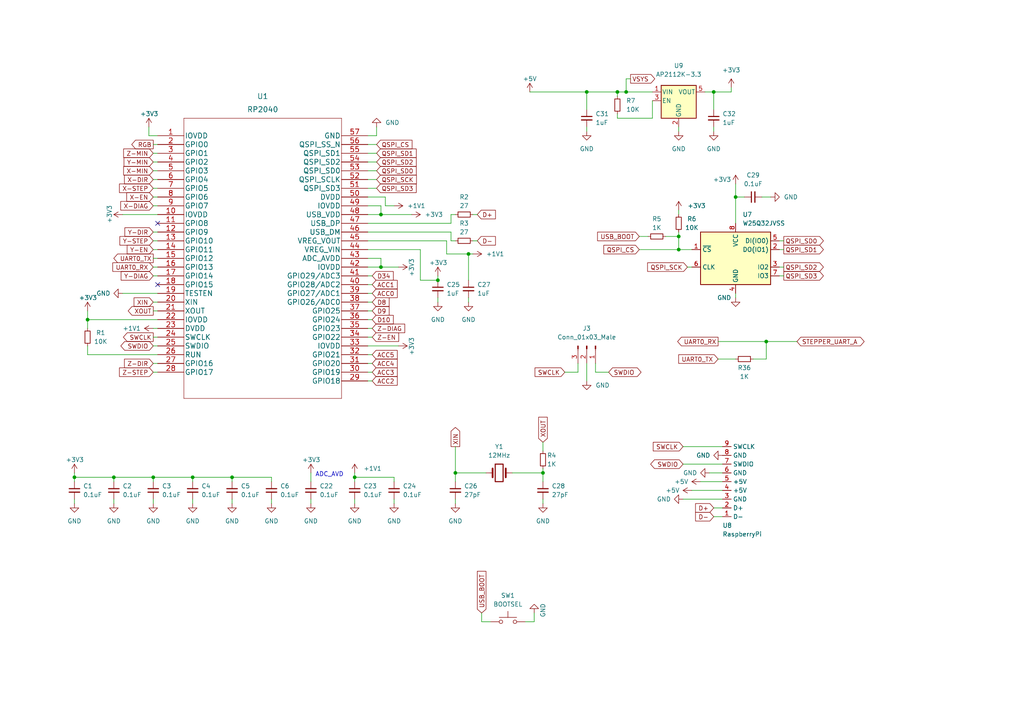
<source format=kicad_sch>
(kicad_sch (version 20230121) (generator eeschema)
  (paper "A4")
  (title_block (title "Prometheus mSLA Apollo MCU Schematics") (date "2022-11-11") (rev "R4") (company "TheContrappostoShop") (comment 1 "Paul S. and Sam B."))
  (lib_symbols
    (symbol "Connector:Conn_01x03_Male" (pin_names (offset 1.016) hide)
      (property "Reference" "J" (at 0 5.08 0))
      (property "Value" "Conn_01x03_Male" (at 0 -5.08 0))
      (symbol "Conn_01x03_Male_1_1"
        (polyline (pts (xy 1.27 -2.54) (xy 0.8636 -2.54)) (stroke (width 0.1524)))
        (polyline (pts (xy 1.27 0) (xy 0.8636 0)) (stroke (width 0.1524)))
        (polyline (pts (xy 1.27 2.54) (xy 0.8636 2.54)) (stroke (width 0.1524)))
        (rectangle (start 0.8636 -2.413) (end 0 -2.667) (stroke (width 0.1524)) (fill (type outline)))
        (rectangle (start 0.8636 0.127) (end 0 -0.127) (stroke (width 0.1524)) (fill (type outline)))
        (rectangle (start 0.8636 2.667) (end 0 2.413) (stroke (width 0.1524)) (fill (type outline)))
        (pin passive line (at 5.08 2.54 180) (length 3.81) (name "Pin_1") (number "1"))
        (pin passive line (at 5.08 0 180) (length 3.81) (name "Pin_2") (number "2"))
        (pin passive line (at 5.08 -2.54 180) (length 3.81) (name "Pin_3") (number "3"))
      )
    )
    (symbol "Device:C_Small" (pin_numbers hide) (pin_names (offset 0.254) hide)
      (property "Reference" "C" (at 0.254 1.778 0))
      (property "Value" "C_Small" (at 0.254 -2.032 0))
      (symbol "C_Small_0_1"
        (polyline (pts (xy -1.524 -0.508) (xy 1.524 -0.508)) (stroke (width 0.3302)))
        (polyline (pts (xy -1.524 0.508) (xy 1.524 0.508)) (stroke (width 0.3048)))
      )
      (symbol "C_Small_1_1"
        (pin passive line (at 0 2.54 270) (length 2.032) (name "~") (number "1"))
        (pin passive line (at 0 -2.54 90) (length 2.032) (name "~") (number "2"))
      )
    )
    (symbol "Device:Crystal" (pin_numbers hide) (pin_names (offset 1.016) hide)
      (property "Reference" "Y" (at 0 3.81 0))
      (property "Value" "Crystal" (at 0 -3.81 0))
      (symbol "Crystal_0_1"
        (rectangle (start -1.143 2.54) (end 1.143 -2.54) (stroke (width 0.3048)))
        (polyline (pts (xy -2.54 0) (xy -1.905 0)))
        (polyline (pts (xy -1.905 -1.27) (xy -1.905 1.27)) (stroke (width 0.508)))
        (polyline (pts (xy 1.905 -1.27) (xy 1.905 1.27)) (stroke (width 0.508)))
        (polyline (pts (xy 2.54 0) (xy 1.905 0)))
      )
      (symbol "Crystal_1_1"
        (pin passive line (at -3.81 0 0) (length 1.27) (name "1") (number "1"))
        (pin passive line (at 3.81 0 180) (length 1.27) (name "2") (number "2"))
      )
    )
    (symbol "Device:R_Small" (pin_numbers hide) (pin_names (offset 0.254) hide)
      (property "Reference" "R" (at 0.762 0.508 0))
      (property "Value" "R_Small" (at 0.762 -1.016 0))
      (symbol "R_Small_0_1"
        (rectangle (start -0.762 1.778) (end 0.762 -1.778) (stroke (width 0.2032)))
      )
      (symbol "R_Small_1_1"
        (pin passive line (at 0 2.54 270) (length 0.762) (name "~") (number "1"))
        (pin passive line (at 0 -2.54 90) (length 0.762) (name "~") (number "2"))
      )
    )
    (symbol "Memory_Flash:W25Q32JVSS"
      (property "Reference" "U" (at -8.89 8.89 0))
      (property "Value" "W25Q32JVSS" (at 7.62 8.89 0))
      (symbol "W25Q32JVSS_0_1"
        (rectangle (start -10.16 7.62) (end 10.16 -7.62) (stroke (width 0.254)) (fill (type background)))
      )
      (symbol "W25Q32JVSS_1_1"
        (pin input line (at -12.7 2.54 0) (length 2.54) (name "~{CS}") (number "1"))
        (pin bidirectional line (at 12.7 2.54 180) (length 2.54) (name "DO(IO1)") (number "2"))
        (pin bidirectional line (at 12.7 -2.54 180) (length 2.54) (name "IO2") (number "3"))
        (pin power_in line (at 0 -10.16 90) (length 2.54) (name "GND") (number "4"))
        (pin bidirectional line (at 12.7 5.08 180) (length 2.54) (name "DI(IO0)") (number "5"))
        (pin input line (at -12.7 -2.54 0) (length 2.54) (name "CLK") (number "6"))
        (pin bidirectional line (at 12.7 -5.08 180) (length 2.54) (name "IO3") (number "7"))
        (pin power_in line (at 0 10.16 270) (length 2.54) (name "VCC") (number "8"))
      )
    )
    (symbol "Prometheus:RaspberryPi"
      (property "Reference" "U" (at 0 26.67 0))
      (property "Value" "RaspberryPi" (at 0 0 0))
      (symbol "RaspberryPi_1_1"
        (pin input line (at 0 3.81 0) (length 2.54) (name "D-") (number "1"))
        (pin input line (at 0 6.35 0) (length 2.54) (name "D+") (number "2"))
        (pin input line (at 0 8.89 0) (length 2.54) (name "GND") (number "3"))
        (pin input line (at 0 11.43 0) (length 2.54) (name "+5V") (number "4"))
        (pin input line (at 0 13.97 0) (length 2.54) (name "+5V") (number "5"))
        (pin input line (at 0 16.51 0) (length 2.54) (name "GND") (number "6"))
        (pin input line (at 0 19.05 0) (length 2.54) (name "SWDIO") (number "7"))
        (pin input line (at 0 21.59 0) (length 2.54) (name "GND") (number "8"))
        (pin input line (at 0 24.13 0) (length 2.54) (name "SWCLK") (number "9"))
      )
    )
    (symbol "RP2040:RP2040" (pin_names (offset 0.254))
      (property "Reference" "U" (at 30.48 10.16 0))
      (property "Value" "RP2040" (at 30.48 7.62 0))
      (symbol "RP2040_1_1"
        (polyline (pts (xy 7.62 -76.2) (xy 53.34 -76.2)) (stroke (width 0.127)))
        (polyline (pts (xy 7.62 5.08) (xy 7.62 -76.2)) (stroke (width 0.127)))
        (polyline (pts (xy 53.34 -76.2) (xy 53.34 5.08)) (stroke (width 0.127)))
        (polyline (pts (xy 53.34 5.08) (xy 7.62 5.08)) (stroke (width 0.127)))
        (pin power_in line (at 0 0 0) (length 7.62) (name "IOVDD") (number "1"))
        (pin power_in line (at 0 -22.86 0) (length 7.62) (name "IOVDD") (number "10"))
        (pin bidirectional line (at 0 -25.4 0) (length 7.62) (name "GPIO8") (number "11"))
        (pin bidirectional line (at 0 -27.94 0) (length 7.62) (name "GPIO9") (number "12"))
        (pin bidirectional line (at 0 -30.48 0) (length 7.62) (name "GPIO10") (number "13"))
        (pin bidirectional line (at 0 -33.02 0) (length 7.62) (name "GPIO11") (number "14"))
        (pin bidirectional line (at 0 -35.56 0) (length 7.62) (name "GPIO12") (number "15"))
        (pin bidirectional line (at 0 -38.1 0) (length 7.62) (name "GPIO13") (number "16"))
        (pin bidirectional line (at 0 -40.64 0) (length 7.62) (name "GPIO14") (number "17"))
        (pin bidirectional line (at 0 -43.18 0) (length 7.62) (name "GPIO15") (number "18"))
        (pin unspecified line (at 0 -45.72 0) (length 7.62) (name "TESTEN") (number "19"))
        (pin bidirectional line (at 0 -2.54 0) (length 7.62) (name "GPIO0") (number "2"))
        (pin unspecified line (at 0 -48.26 0) (length 7.62) (name "XIN") (number "20"))
        (pin output line (at 0 -50.8 0) (length 7.62) (name "XOUT") (number "21"))
        (pin power_in line (at 0 -53.34 0) (length 7.62) (name "IOVDD") (number "22"))
        (pin power_in line (at 0 -55.88 0) (length 7.62) (name "DVDD") (number "23"))
        (pin unspecified line (at 0 -58.42 0) (length 7.62) (name "SWCLK") (number "24"))
        (pin unspecified line (at 0 -60.96 0) (length 7.62) (name "SWDIO") (number "25"))
        (pin unspecified line (at 0 -63.5 0) (length 7.62) (name "RUN") (number "26"))
        (pin bidirectional line (at 0 -66.04 0) (length 7.62) (name "GPIO16") (number "27"))
        (pin bidirectional line (at 0 -68.58 0) (length 7.62) (name "GPIO17") (number "28"))
        (pin bidirectional line (at 60.96 -71.12 180) (length 7.62) (name "GPIO18") (number "29"))
        (pin bidirectional line (at 0 -5.08 0) (length 7.62) (name "GPIO1") (number "3"))
        (pin bidirectional line (at 60.96 -68.58 180) (length 7.62) (name "GPIO19") (number "30"))
        (pin bidirectional line (at 60.96 -66.04 180) (length 7.62) (name "GPIO20") (number "31"))
        (pin bidirectional line (at 60.96 -63.5 180) (length 7.62) (name "GPIO21") (number "32"))
        (pin power_in line (at 60.96 -60.96 180) (length 7.62) (name "IOVDD") (number "33"))
        (pin bidirectional line (at 60.96 -58.42 180) (length 7.62) (name "GPIO22") (number "34"))
        (pin bidirectional line (at 60.96 -55.88 180) (length 7.62) (name "GPIO23") (number "35"))
        (pin bidirectional line (at 60.96 -53.34 180) (length 7.62) (name "GPIO24") (number "36"))
        (pin bidirectional line (at 60.96 -50.8 180) (length 7.62) (name "GPIO25") (number "37"))
        (pin bidirectional line (at 60.96 -48.26 180) (length 7.62) (name "GPIO26/ADC0") (number "38"))
        (pin bidirectional line (at 60.96 -45.72 180) (length 7.62) (name "GPIO27/ADC1") (number "39"))
        (pin bidirectional line (at 0 -7.62 0) (length 7.62) (name "GPIO2") (number "4"))
        (pin bidirectional line (at 60.96 -43.18 180) (length 7.62) (name "GPIO28/ADC2") (number "40"))
        (pin bidirectional line (at 60.96 -40.64 180) (length 7.62) (name "GPIO29/ADC3") (number "41"))
        (pin power_in line (at 60.96 -38.1 180) (length 7.62) (name "IOVDD") (number "42"))
        (pin power_in line (at 60.96 -35.56 180) (length 7.62) (name "ADC_AVDD") (number "43"))
        (pin unspecified line (at 60.96 -33.02 180) (length 7.62) (name "VREG_VIN") (number "44"))
        (pin output line (at 60.96 -30.48 180) (length 7.62) (name "VREG_VOUT") (number "45"))
        (pin unspecified line (at 60.96 -27.94 180) (length 7.62) (name "USB_DM") (number "46"))
        (pin unspecified line (at 60.96 -25.4 180) (length 7.62) (name "USB_DP") (number "47"))
        (pin power_in line (at 60.96 -22.86 180) (length 7.62) (name "USB_VDD") (number "48"))
        (pin power_in line (at 60.96 -20.32 180) (length 7.62) (name "IOVDD") (number "49"))
        (pin bidirectional line (at 0 -10.16 0) (length 7.62) (name "GPIO3") (number "5"))
        (pin power_in line (at 60.96 -17.78 180) (length 7.62) (name "DVDD") (number "50"))
        (pin bidirectional line (at 60.96 -15.24 180) (length 7.62) (name "QSPI_SD3") (number "51"))
        (pin unspecified line (at 60.96 -12.7 180) (length 7.62) (name "QSPI_SCLK") (number "52"))
        (pin bidirectional line (at 60.96 -10.16 180) (length 7.62) (name "QSPI_SD0") (number "53"))
        (pin bidirectional line (at 60.96 -7.62 180) (length 7.62) (name "QSPI_SD2") (number "54"))
        (pin bidirectional line (at 60.96 -5.08 180) (length 7.62) (name "QSPI_SD1") (number "55"))
        (pin unspecified line (at 60.96 -2.54 180) (length 7.62) (name "QSPI_SS_N") (number "56"))
        (pin power_in line (at 60.96 0 180) (length 7.62) (name "GND") (number "57"))
        (pin bidirectional line (at 0 -12.7 0) (length 7.62) (name "GPIO4") (number "6"))
        (pin bidirectional line (at 0 -15.24 0) (length 7.62) (name "GPIO5") (number "7"))
        (pin bidirectional line (at 0 -17.78 0) (length 7.62) (name "GPIO6") (number "8"))
        (pin bidirectional line (at 0 -20.32 0) (length 7.62) (name "GPIO7") (number "9"))
      )
    )
    (symbol "Regulator_Linear:AP2112K-3.3" (pin_names (offset 0.254))
      (property "Reference" "U" (at -5.08 5.715 0))
      (property "Value" "AP2112K-3.3" (at 0 5.715 0))
      (symbol "AP2112K-3.3_0_1"
        (rectangle (start -5.08 4.445) (end 5.08 -5.08) (stroke (width 0.254)) (fill (type background)))
      )
      (symbol "AP2112K-3.3_1_1"
        (pin power_in line (at -7.62 2.54 0) (length 2.54) (name "VIN") (number "1"))
        (pin power_in line (at 0 -7.62 90) (length 2.54) (name "GND") (number "2"))
        (pin input line (at -7.62 0 0) (length 2.54) (name "EN") (number "3"))
        (pin no_connect line (at 5.08 0 180) (length 2.54) hide (name "NC") (number "4"))
        (pin power_out line (at 7.62 2.54 180) (length 2.54) (name "VOUT") (number "5"))
      )
    )
    (symbol "Switch:SW_MEC_5G" (pin_numbers hide) (pin_names (offset 1.016) hide)
      (property "Reference" "SW" (at 1.27 2.54 0))
      (property "Value" "SW_MEC_5G" (at 0 -1.524 0))
      (symbol "SW_MEC_5G_0_1"
        (circle (center -2.032 0) (radius 0.508))
        (polyline (pts (xy 0 1.27) (xy 0 3.048)))
        (polyline (pts (xy 2.54 1.27) (xy -2.54 1.27)))
        (circle (center 2.032 0) (radius 0.508))
        (pin passive line (at -5.08 0 0) (length 2.54) (name "A") (number "1"))
        (pin passive line (at 5.08 0 180) (length 2.54) (name "B") (number "3"))
      )
      (symbol "SW_MEC_5G_1_1"
        (pin passive line (at -5.08 0 0) (length 2.54) hide (name "A") (number "2"))
        (pin passive line (at 5.08 0 180) (length 2.54) hide (name "B") (number "4"))
      )
    )
    (symbol "power:+1V1" (power) (pin_names (offset 0))
      (property "Value" "+1V1" (at 0 3.556 0))
      (symbol "+1V1_0_1"
        (polyline (pts (xy -0.762 1.27) (xy 0 2.54)))
        (polyline (pts (xy 0 0) (xy 0 2.54)))
        (polyline (pts (xy 0 2.54) (xy 0.762 1.27)))
      )
      (symbol "+1V1_1_1"
        (pin power_in line (at 0 0 90) (length 0) hide (name "+1V1") (number "1"))
      )
    )
    (symbol "power:+3.3V" (power) (pin_names (offset 0))
      (property "Value" "+3.3V" (at 0 3.556 0))
      (symbol "+3.3V_0_1"
        (polyline (pts (xy -0.762 1.27) (xy 0 2.54)))
        (polyline (pts (xy 0 0) (xy 0 2.54)))
        (polyline (pts (xy 0 2.54) (xy 0.762 1.27)))
      )
      (symbol "+3.3V_1_1"
        (pin power_in line (at 0 0 90) (length 0) hide (name "+3V3") (number "1"))
      )
    )
    (symbol "power:+5V" (power) (pin_names (offset 0))
      (property "Value" "+5V" (at 0 3.556 0))
      (symbol "+5V_0_1"
        (polyline (pts (xy -0.762 1.27) (xy 0 2.54)))
        (polyline (pts (xy 0 0) (xy 0 2.54)))
        (polyline (pts (xy 0 2.54) (xy 0.762 1.27)))
      )
      (symbol "+5V_1_1"
        (pin power_in line (at 0 0 90) (length 0) hide (name "+5V") (number "1"))
      )
    )
    (symbol "power:GND" (power) (pin_names (offset 0))
      (property "Value" "GND" (at 0 -3.81 0))
      (symbol "GND_0_1"
        (polyline (pts (xy 0 0) (xy 0 -1.27) (xy 1.27 -1.27) (xy 0 -2.54) (xy -1.27 -1.27) (xy 0 -1.27)))
      )
      (symbol "GND_1_1"
        (pin power_in line (at 0 0 270) (length 0) hide (name "GND") (number "1"))
      )
    )
  )
  (junction (at 157.48 137.16))
  (junction (at 222.25 99.06))
  (junction (at 207.01 26.67))
  (junction (at 179.07 26.67))
  (junction (at 181.61 26.67))
  (junction (at 132.08 137.16))
  (junction (at 44.45 138.43))
  (junction (at 67.31 138.43))
  (junction (at 127 81.28))
  (junction (at 110.49 62.23))
  (junction (at 102.87 138.43))
  (junction (at 196.85 72.39))
  (junction (at 21.59 138.43))
  (junction (at 213.36 57.15))
  (junction (at 170.18 26.67))
  (junction (at 135.89 73.66))
  (junction (at 196.85 68.58))
  (junction (at 55.88 138.43))
  (junction (at 33.02 138.43))
  (junction (at 110.49 77.47))
  (junction (at 25.4 92.71))
  (no_connect (at 45.72 64.77))
  (no_connect (at 45.72 82.55))
  (wire (pts (xy 106.68 100.33) (xy 115.57 100.33)))
  (wire (pts (xy 213.36 85.09) (xy 213.36 86.36)))
  (wire (pts (xy 44.45 59.69) (xy 45.72 59.69)))
  (wire (pts (xy 44.45 74.93) (xy 45.72 74.93)))
  (wire (pts (xy 35.56 85.09) (xy 45.72 85.09)))
  (wire (pts (xy 45.72 102.87) (xy 25.4 102.87)))
  (wire (pts (xy 44.45 138.43) (xy 44.45 139.7)))
  (wire (pts (xy 109.22 44.45) (xy 106.68 44.45)))
  (wire (pts (xy 132.08 69.85) (xy 130.81 69.85)))
  (wire (pts (xy 207.01 36.83) (xy 207.01 38.1)))
  (wire (pts (xy 78.74 138.43) (xy 78.74 139.7)))
  (wire (pts (xy 55.88 138.43) (xy 67.31 138.43)))
  (wire (pts (xy 25.4 102.87) (xy 25.4 100.33)))
  (wire (pts (xy 109.22 52.07) (xy 106.68 52.07)))
  (wire (pts (xy 220.98 57.15) (xy 223.52 57.15)))
  (wire (pts (xy 205.74 137.16) (xy 209.55 137.16)))
  (wire (pts (xy 135.89 73.66) (xy 135.89 81.28)))
  (wire (pts (xy 106.68 110.49) (xy 107.95 110.49)))
  (wire (pts (xy 114.3 144.78) (xy 114.3 146.05)))
  (wire (pts (xy 106.68 69.85) (xy 129.54 69.85)))
  (wire (pts (xy 196.85 72.39) (xy 200.66 72.39)))
  (wire (pts (xy 129.54 73.66) (xy 135.89 73.66)))
  (wire (pts (xy 157.48 135.89) (xy 157.48 137.16)))
  (wire (pts (xy 106.68 105.41) (xy 107.95 105.41)))
  (wire (pts (xy 185.42 72.39) (xy 196.85 72.39)))
  (wire (pts (xy 200.66 142.24) (xy 209.55 142.24)))
  (wire (pts (xy 179.07 26.67) (xy 179.07 27.94)))
  (wire (pts (xy 110.49 62.23) (xy 119.38 62.23)))
  (wire (pts (xy 21.59 144.78) (xy 21.59 146.05)))
  (wire (pts (xy 44.45 69.85) (xy 45.72 69.85)))
  (wire (pts (xy 196.85 36.83) (xy 196.85 38.1)))
  (wire (pts (xy 226.06 77.47) (xy 227.33 77.47)))
  (wire (pts (xy 132.08 144.78) (xy 132.08 146.05)))
  (wire (pts (xy 189.23 34.29) (xy 189.23 29.21)))
  (wire (pts (xy 163.83 107.95) (xy 167.64 107.95)))
  (wire (pts (xy 132.08 139.7) (xy 132.08 137.16)))
  (wire (pts (xy 111.76 59.69) (xy 114.3 59.69)))
  (wire (pts (xy 109.22 41.91) (xy 106.68 41.91)))
  (wire (pts (xy 198.12 134.62) (xy 209.55 134.62)))
  (wire (pts (xy 44.45 77.47) (xy 45.72 77.47)))
  (wire (pts (xy 106.68 87.63) (xy 107.95 87.63)))
  (wire (pts (xy 196.85 60.96) (xy 196.85 62.23)))
  (wire (pts (xy 132.08 129.54) (xy 132.08 137.16)))
  (wire (pts (xy 132.08 62.23) (xy 130.81 62.23)))
  (wire (pts (xy 170.18 26.67) (xy 170.18 31.75)))
  (wire (pts (xy 135.89 86.36) (xy 135.89 87.63)))
  (wire (pts (xy 109.22 46.99) (xy 106.68 46.99)))
  (wire (pts (xy 25.4 92.71) (xy 45.72 92.71)))
  (wire (pts (xy 102.87 144.78) (xy 102.87 146.05)))
  (wire (pts (xy 44.45 57.15) (xy 45.72 57.15)))
  (wire (pts (xy 193.04 68.58) (xy 196.85 68.58)))
  (wire (pts (xy 170.18 36.83) (xy 170.18 38.1)))
  (wire (pts (xy 218.44 104.14) (xy 222.25 104.14)))
  (wire (pts (xy 179.07 26.67) (xy 181.61 26.67)))
  (wire (pts (xy 199.39 77.47) (xy 200.66 77.47)))
  (wire (pts (xy 212.09 26.67) (xy 212.09 25.4)))
  (wire (pts (xy 182.88 22.86) (xy 181.61 22.86)))
  (wire (pts (xy 114.3 138.43) (xy 102.87 138.43)))
  (wire (pts (xy 213.36 53.34) (xy 213.36 57.15)))
  (wire (pts (xy 44.45 46.99) (xy 45.72 46.99)))
  (wire (pts (xy 33.02 138.43) (xy 44.45 138.43)))
  (wire (pts (xy 179.07 33.02) (xy 179.07 34.29)))
  (wire (pts (xy 167.64 107.95) (xy 167.64 105.41)))
  (wire (pts (xy 170.18 105.41) (xy 170.18 110.49)))
  (wire (pts (xy 21.59 138.43) (xy 33.02 138.43)))
  (wire (pts (xy 132.08 137.16) (xy 140.97 137.16)))
  (wire (pts (xy 157.48 137.16) (xy 157.48 139.7)))
  (wire (pts (xy 44.45 97.79) (xy 45.72 97.79)))
  (wire (pts (xy 44.45 54.61) (xy 45.72 54.61)))
  (wire (pts (xy 90.17 144.78) (xy 90.17 146.05)))
  (wire (pts (xy 203.2 139.7) (xy 209.55 139.7)))
  (wire (pts (xy 44.45 138.43) (xy 55.88 138.43)))
  (wire (pts (xy 106.68 57.15) (xy 111.76 57.15)))
  (wire (pts (xy 121.92 72.39) (xy 106.68 72.39)))
  (wire (pts (xy 207.01 149.86) (xy 209.55 149.86)))
  (wire (pts (xy 44.45 144.78) (xy 44.45 146.05)))
  (wire (pts (xy 106.68 82.55) (xy 107.95 82.55)))
  (wire (pts (xy 102.87 137.16) (xy 102.87 138.43)))
  (wire (pts (xy 207.01 26.67) (xy 207.01 31.75)))
  (wire (pts (xy 127 86.36) (xy 127 87.63)))
  (wire (pts (xy 111.76 57.15) (xy 111.76 59.69)))
  (wire (pts (xy 137.16 69.85) (xy 138.43 69.85)))
  (wire (pts (xy 135.89 73.66) (xy 137.16 73.66)))
  (wire (pts (xy 25.4 90.17) (xy 25.4 92.71)))
  (wire (pts (xy 129.54 69.85) (xy 129.54 73.66)))
  (wire (pts (xy 44.45 95.25) (xy 45.72 95.25)))
  (wire (pts (xy 154.94 180.34) (xy 154.94 177.8)))
  (wire (pts (xy 127 80.01) (xy 127 81.28)))
  (wire (pts (xy 179.07 34.29) (xy 189.23 34.29)))
  (wire (pts (xy 109.22 49.53) (xy 106.68 49.53)))
  (wire (pts (xy 55.88 144.78) (xy 55.88 146.05)))
  (wire (pts (xy 106.68 39.37) (xy 109.22 39.37)))
  (wire (pts (xy 153.67 26.67) (xy 170.18 26.67)))
  (wire (pts (xy 139.7 180.34) (xy 142.24 180.34)))
  (wire (pts (xy 226.06 72.39) (xy 227.33 72.39)))
  (wire (pts (xy 106.68 77.47) (xy 110.49 77.47)))
  (wire (pts (xy 44.45 67.31) (xy 45.72 67.31)))
  (wire (pts (xy 102.87 138.43) (xy 102.87 139.7)))
  (wire (pts (xy 121.92 81.28) (xy 127 81.28)))
  (wire (pts (xy 106.68 85.09) (xy 107.95 85.09)))
  (wire (pts (xy 44.45 44.45) (xy 45.72 44.45)))
  (wire (pts (xy 121.92 72.39) (xy 121.92 81.28)))
  (wire (pts (xy 106.68 74.93) (xy 110.49 74.93)))
  (wire (pts (xy 33.02 144.78) (xy 33.02 146.05)))
  (wire (pts (xy 181.61 22.86) (xy 181.61 26.67)))
  (wire (pts (xy 44.45 100.33) (xy 45.72 100.33)))
  (wire (pts (xy 67.31 138.43) (xy 78.74 138.43)))
  (wire (pts (xy 90.17 137.16) (xy 90.17 139.7)))
  (wire (pts (xy 222.25 99.06) (xy 231.14 99.06)))
  (wire (pts (xy 130.81 69.85) (xy 130.81 67.31)))
  (wire (pts (xy 130.81 67.31) (xy 106.68 67.31)))
  (wire (pts (xy 204.47 26.67) (xy 207.01 26.67)))
  (wire (pts (xy 106.68 107.95) (xy 107.95 107.95)))
  (wire (pts (xy 21.59 138.43) (xy 21.59 139.7)))
  (wire (pts (xy 44.45 41.91) (xy 45.72 41.91)))
  (wire (pts (xy 44.45 107.95) (xy 45.72 107.95)))
  (wire (pts (xy 207.01 147.32) (xy 209.55 147.32)))
  (wire (pts (xy 110.49 59.69) (xy 110.49 62.23)))
  (wire (pts (xy 44.45 90.17) (xy 45.72 90.17)))
  (wire (pts (xy 106.68 95.25) (xy 107.95 95.25)))
  (wire (pts (xy 67.31 138.43) (xy 67.31 139.7)))
  (wire (pts (xy 208.28 99.06) (xy 222.25 99.06)))
  (wire (pts (xy 44.45 105.41) (xy 45.72 105.41)))
  (wire (pts (xy 157.48 144.78) (xy 157.48 146.05)))
  (wire (pts (xy 25.4 92.71) (xy 25.4 95.25)))
  (wire (pts (xy 172.72 107.95) (xy 172.72 105.41)))
  (wire (pts (xy 67.31 144.78) (xy 67.31 146.05)))
  (wire (pts (xy 130.81 62.23) (xy 130.81 64.77)))
  (wire (pts (xy 148.59 137.16) (xy 157.48 137.16)))
  (wire (pts (xy 198.12 129.54) (xy 209.55 129.54)))
  (wire (pts (xy 106.68 92.71) (xy 107.95 92.71)))
  (wire (pts (xy 207.01 26.67) (xy 212.09 26.67)))
  (wire (pts (xy 44.45 87.63) (xy 45.72 87.63)))
  (wire (pts (xy 196.85 67.31) (xy 196.85 68.58)))
  (wire (pts (xy 44.45 72.39) (xy 45.72 72.39)))
  (wire (pts (xy 226.06 69.85) (xy 227.33 69.85)))
  (wire (pts (xy 35.56 62.23) (xy 45.72 62.23)))
  (wire (pts (xy 198.12 144.78) (xy 209.55 144.78)))
  (wire (pts (xy 44.45 80.01) (xy 45.72 80.01)))
  (wire (pts (xy 110.49 74.93) (xy 110.49 77.47)))
  (wire (pts (xy 222.25 104.14) (xy 222.25 99.06)))
  (wire (pts (xy 43.18 36.83) (xy 43.18 39.37)))
  (wire (pts (xy 213.36 57.15) (xy 215.9 57.15)))
  (wire (pts (xy 106.68 80.01) (xy 107.95 80.01)))
  (wire (pts (xy 185.42 68.58) (xy 187.96 68.58)))
  (wire (pts (xy 157.48 128.27) (xy 157.48 130.81)))
  (wire (pts (xy 78.74 144.78) (xy 78.74 146.05)))
  (wire (pts (xy 106.68 102.87) (xy 107.95 102.87)))
  (wire (pts (xy 196.85 68.58) (xy 196.85 72.39)))
  (wire (pts (xy 33.02 138.43) (xy 33.02 139.7)))
  (wire (pts (xy 43.18 39.37) (xy 45.72 39.37)))
  (wire (pts (xy 137.16 62.23) (xy 138.43 62.23)))
  (wire (pts (xy 181.61 26.67) (xy 189.23 26.67)))
  (wire (pts (xy 106.68 62.23) (xy 110.49 62.23)))
  (wire (pts (xy 139.7 180.34) (xy 139.7 177.8)))
  (wire (pts (xy 176.53 107.95) (xy 172.72 107.95)))
  (wire (pts (xy 109.22 54.61) (xy 106.68 54.61)))
  (wire (pts (xy 114.3 139.7) (xy 114.3 138.43)))
  (wire (pts (xy 170.18 26.67) (xy 179.07 26.67)))
  (wire (pts (xy 44.45 49.53) (xy 45.72 49.53)))
  (wire (pts (xy 208.28 104.14) (xy 213.36 104.14)))
  (wire (pts (xy 106.68 64.77) (xy 130.81 64.77)))
  (wire (pts (xy 21.59 137.16) (xy 21.59 138.43)))
  (wire (pts (xy 106.68 90.17) (xy 107.95 90.17)))
  (wire (pts (xy 109.22 39.37) (xy 109.22 36.83)))
  (wire (pts (xy 226.06 80.01) (xy 227.33 80.01)))
  (wire (pts (xy 106.68 97.79) (xy 107.95 97.79)))
  (wire (pts (xy 152.4 180.34) (xy 154.94 180.34)))
  (wire (pts (xy 213.36 57.15) (xy 213.36 64.77)))
  (wire (pts (xy 106.68 59.69) (xy 110.49 59.69)))
  (wire (pts (xy 55.88 138.43) (xy 55.88 139.7)))
  (wire (pts (xy 44.45 52.07) (xy 45.72 52.07)))
  (wire (pts (xy 110.49 77.47) (xy 115.57 77.47)))
  (text "ADC_AVD" (at 91.44 138.43 0) (effects (font (size 1.27 1.27)) (justify left bottom)))
  (global_label "ACC2" (shape input) (at 107.95 110.49 0) (property "Intersheetrefs" "${INTERSHEET_REFS}" (effects hide)))
  (global_label "QSPI_SD3" (shape input) (at 109.22 54.61 0) (property "Intersheetrefs" "${INTERSHEET_REFS}" (effects hide)))
  (global_label "SWDIO" (shape bidirectional) (at 176.53 107.95 0) (property "Intersheetrefs" "${INTERSHEET_REFS}" (effects hide)))
  (global_label "X-STEP" (shape input) (at 44.45 54.61 180) (property "Intersheetrefs" "${INTERSHEET_REFS}" (effects hide)))
  (global_label "XIN" (shape input) (at 44.45 87.63 180) (property "Intersheetrefs" "${INTERSHEET_REFS}" (effects hide)))
  (global_label "ACC4" (shape input) (at 107.95 105.41 0) (property "Intersheetrefs" "${INTERSHEET_REFS}" (effects hide)))
  (global_label "X-DIAG" (shape input) (at 44.45 59.69 180) (property "Intersheetrefs" "${INTERSHEET_REFS}" (effects hide)))
  (global_label "ACC1" (shape input) (at 107.95 82.55 0) (property "Intersheetrefs" "${INTERSHEET_REFS}" (effects hide)))
  (global_label "QSPI_CS" (shape input) (at 109.22 41.91 0) (property "Intersheetrefs" "${INTERSHEET_REFS}" (effects hide)))
  (global_label "Y-MIN" (shape input) (at 44.45 46.99 180) (property "Intersheetrefs" "${INTERSHEET_REFS}" (effects hide)))
  (global_label "X-EN" (shape input) (at 44.45 57.15 180) (property "Intersheetrefs" "${INTERSHEET_REFS}" (effects hide)))
  (global_label "QSPI_SD1" (shape input) (at 109.22 44.45 0) (property "Intersheetrefs" "${INTERSHEET_REFS}" (effects hide)))
  (global_label "UART0_RX" (shape output) (at 208.28 99.06 180) (property "Intersheetrefs" "${INTERSHEET_REFS}" (effects hide)))
  (global_label "D9" (shape input) (at 107.95 90.17 0) (property "Intersheetrefs" "${INTERSHEET_REFS}" (effects hide)))
  (global_label "SWCLK" (shape input) (at 198.12 129.54 180) (property "Intersheetrefs" "${INTERSHEET_REFS}" (effects hide)))
  (global_label "D-" (shape input) (at 138.43 69.85 0) (property "Intersheetrefs" "${INTERSHEET_REFS}" (effects hide)))
  (global_label "QSPI_SD0" (shape output) (at 227.33 69.85 0) (property "Intersheetrefs" "${INTERSHEET_REFS}" (effects hide)))
  (global_label "Y-STEP" (shape input) (at 44.45 69.85 180) (property "Intersheetrefs" "${INTERSHEET_REFS}" (effects hide)))
  (global_label "ACC3" (shape input) (at 107.95 107.95 0) (property "Intersheetrefs" "${INTERSHEET_REFS}" (effects hide)))
  (global_label "STEPPER_UART_A" (shape bidirectional) (at 231.14 99.06 0) (property "Intersheetrefs" "${INTERSHEET_REFS}" (effects hide)))
  (global_label "QSPI_SD2" (shape output) (at 227.33 77.47 0) (property "Intersheetrefs" "${INTERSHEET_REFS}" (effects hide)))
  (global_label "VSYS" (shape output) (at 182.88 22.86 0) (property "Intersheetrefs" "${INTERSHEET_REFS}" (effects hide)))
  (global_label "ACC0" (shape input) (at 107.95 85.09 0) (property "Intersheetrefs" "${INTERSHEET_REFS}" (effects hide)))
  (global_label "Y-EN" (shape input) (at 44.45 72.39 180) (property "Intersheetrefs" "${INTERSHEET_REFS}" (effects hide)))
  (global_label "Z-STEP" (shape input) (at 44.45 107.95 180) (property "Intersheetrefs" "${INTERSHEET_REFS}" (effects hide)))
  (global_label "X-DIR" (shape input) (at 44.45 52.07 180) (property "Intersheetrefs" "${INTERSHEET_REFS}" (effects hide)))
  (global_label "USB_BOOT" (shape input) (at 139.7 177.8 90) (property "Intersheetrefs" "${INTERSHEET_REFS}" (effects hide)))
  (global_label "SWDIO" (shape bidirectional) (at 44.45 100.33 180) (property "Intersheetrefs" "${INTERSHEET_REFS}" (effects hide)))
  (global_label "X-MIN" (shape input) (at 44.45 49.53 180) (property "Intersheetrefs" "${INTERSHEET_REFS}" (effects hide)))
  (global_label "XOUT" (shape output) (at 44.45 90.17 180) (property "Intersheetrefs" "${INTERSHEET_REFS}" (effects hide)))
  (global_label "QSPI_SD3" (shape output) (at 227.33 80.01 0) (property "Intersheetrefs" "${INTERSHEET_REFS}" (effects hide)))
  (global_label "QSPI_SCK" (shape input) (at 109.22 52.07 0) (property "Intersheetrefs" "${INTERSHEET_REFS}" (effects hide)))
  (global_label "D8" (shape input) (at 107.95 87.63 0) (property "Intersheetrefs" "${INTERSHEET_REFS}" (effects hide)))
  (global_label "Z-EN" (shape input) (at 107.95 97.79 0) (property "Intersheetrefs" "${INTERSHEET_REFS}" (effects hide)))
  (global_label "SWCLK" (shape output) (at 44.45 97.79 180) (property "Intersheetrefs" "${INTERSHEET_REFS}" (effects hide)))
  (global_label "D-" (shape input) (at 207.01 149.86 180) (property "Intersheetrefs" "${INTERSHEET_REFS}" (effects hide)))
  (global_label "Z-MIN" (shape input) (at 44.45 44.45 180) (property "Intersheetrefs" "${INTERSHEET_REFS}" (effects hide)))
  (global_label "QSPI_SCK" (shape input) (at 199.39 77.47 180) (property "Intersheetrefs" "${INTERSHEET_REFS}" (effects hide)))
  (global_label "D34" (shape input) (at 107.95 80.01 0) (property "Intersheetrefs" "${INTERSHEET_REFS}" (effects hide)))
  (global_label "Y-DIR" (shape input) (at 44.45 67.31 180) (property "Intersheetrefs" "${INTERSHEET_REFS}" (effects hide)))
  (global_label "QSPI_SD0" (shape input) (at 109.22 49.53 0) (property "Intersheetrefs" "${INTERSHEET_REFS}" (effects hide)))
  (global_label "SWDIO" (shape bidirectional) (at 198.12 134.62 180) (property "Intersheetrefs" "${INTERSHEET_REFS}" (effects hide)))
  (global_label "XIN" (shape output) (at 132.08 129.54 90) (property "Intersheetrefs" "${INTERSHEET_REFS}" (effects hide)))
  (global_label "XOUT" (shape input) (at 157.48 128.27 90) (property "Intersheetrefs" "${INTERSHEET_REFS}" (effects hide)))
  (global_label "RGB" (shape output) (at 44.45 41.91 180) (property "Intersheetrefs" "${INTERSHEET_REFS}" (effects hide)))
  (global_label "QSPI_SD1" (shape output) (at 227.33 72.39 0) (property "Intersheetrefs" "${INTERSHEET_REFS}" (effects hide)))
  (global_label "UART0_TX" (shape input) (at 208.28 104.14 180) (property "Intersheetrefs" "${INTERSHEET_REFS}" (effects hide)))
  (global_label "Z-DIAG" (shape input) (at 107.95 95.25 0) (property "Intersheetrefs" "${INTERSHEET_REFS}" (effects hide)))
  (global_label "USB_BOOT" (shape input) (at 185.42 68.58 180) (property "Intersheetrefs" "${INTERSHEET_REFS}" (effects hide)))
  (global_label "D+" (shape input) (at 138.43 62.23 0) (property "Intersheetrefs" "${INTERSHEET_REFS}" (effects hide)))
  (global_label "QSPI_CS" (shape input) (at 185.42 72.39 180) (property "Intersheetrefs" "${INTERSHEET_REFS}" (effects hide)))
  (global_label "ACC5" (shape input) (at 107.95 102.87 0) (property "Intersheetrefs" "${INTERSHEET_REFS}" (effects hide)))
  (global_label "Y-DIAG" (shape input) (at 44.45 80.01 180) (property "Intersheetrefs" "${INTERSHEET_REFS}" (effects hide)))
  (global_label "Z-DIR" (shape input) (at 44.45 105.41 180) (property "Intersheetrefs" "${INTERSHEET_REFS}" (effects hide)))
  (global_label "D10" (shape input) (at 107.95 92.71 0) (property "Intersheetrefs" "${INTERSHEET_REFS}" (effects hide)))
  (global_label "QSPI_SD2" (shape input) (at 109.22 46.99 0) (property "Intersheetrefs" "${INTERSHEET_REFS}" (effects hide)))
  (global_label "UART0_TX" (shape output) (at 44.45 74.93 180) (property "Intersheetrefs" "${INTERSHEET_REFS}" (effects hide)))
  (global_label "UART0_RX" (shape input) (at 44.45 77.47 180) (property "Intersheetrefs" "${INTERSHEET_REFS}" (effects hide)))
  (global_label "SWCLK" (shape input) (at 163.83 107.95 180) (property "Intersheetrefs" "${INTERSHEET_REFS}" (effects hide)))
  (global_label "D+" (shape input) (at 207.01 147.32 180) (property "Intersheetrefs" "${INTERSHEET_REFS}" (effects hide)))
  (symbol (lib_id "Device:C_Small") (at 21.59 142.24 0) (unit 1)
    (property "Reference" "C1" (at 24.13 140.9762 0) (effects (justify left)))
    (property "Value" "0.1uF" (at 24.13 143.5162 0) (effects (justify left)))
    (property "Footprint" "Capacitor_SMD:C_0402_1005Metric" (effects hide))
  )
  (symbol (lib_id "power:+3.3V") (at 212.09 25.4 0) (unit 1)
    (property "Reference" "#PWR0140" (effects hide))
    (property "Value" "+3.3V" (at 212.09 20.32 0))
  )
  (symbol (lib_id "power:GND") (at 154.94 177.8 180) (unit 1)
    (property "Reference" "#PWR0147" (effects hide))
    (property "Value" "GND" (at 157.48 179.07 90) (effects (justify right)))
  )
  (symbol (lib_id "power:GND") (at 205.74 137.16 270) (unit 1)
    (property "Reference" "#PWR0104" (effects hide))
    (property "Value" "GND" (at 198.12 137.16 90) (effects (justify left)))
  )
  (symbol (lib_id "power:GND") (at 33.02 146.05 0) (unit 1)
    (property "Reference" "#PWR0115" (effects hide))
    (property "Value" "GND" (at 33.02 151.13 0))
  )
  (symbol (lib_id "power:GND") (at 67.31 146.05 0) (unit 1)
    (property "Reference" "#PWR0120" (effects hide))
    (property "Value" "GND" (at 67.31 151.13 0))
  )
  (symbol (lib_id "power:+3.3V") (at 43.18 36.83 0) (unit 1)
    (property "Reference" "#PWR0114" (effects hide))
    (property "Value" "+3.3V" (at 40.64 33.02 0) (effects (justify left)))
  )
  (symbol (lib_id "power:+1V1") (at 114.3 59.69 270) (unit 1)
    (property "Reference" "#PWR0131" (effects hide))
    (property "Value" "+1V1" (at 118.11 59.6899 90) (effects (justify left)))
  )
  (symbol (lib_id "Switch:SW_MEC_5G") (at 147.32 180.34 0) (unit 1)
    (property "Reference" "SW1" (at 147.32 172.72 0))
    (property "Value" "BOOTSEL" (at 147.32 175.26 0))
    (property "Footprint" "Button_Switch_SMD:SW_SPST_Omron_B3FS-100xP" (effects hide))
    (property "Datasheet" "http://www.apem.com/int/index.php?controller=attachment&id_attachment=488" (effects hide))
  )
  (symbol (lib_id "power:GND") (at 44.45 146.05 0) (unit 1)
    (property "Reference" "#PWR0116" (effects hide))
    (property "Value" "GND" (at 44.45 151.13 0))
  )
  (symbol (lib_id "power:GND") (at 55.88 146.05 0) (unit 1)
    (property "Reference" "#PWR0121" (effects hide))
    (property "Value" "GND" (at 55.88 151.13 0))
  )
  (symbol (lib_id "power:+1V1") (at 102.87 137.16 0) (unit 1)
    (property "Reference" "#PWR0108" (effects hide))
    (property "Value" "+1V1" (at 105.41 135.8899 0) (effects (justify left)))
  )
  (symbol (lib_id "power:+3.3V") (at 90.17 137.16 0) (unit 1)
    (property "Reference" "#PWR0119" (effects hide))
    (property "Value" "+3.3V" (at 87.63 133.35 0) (effects (justify left)))
  )
  (symbol (lib_id "Regulator_Linear:AP2112K-3.3") (at 196.85 29.21 0) (unit 1)
    (property "Reference" "U9" (at 196.85 19.05 0))
    (property "Value" "AP2112K-3.3" (at 196.85 21.59 0))
    (property "Footprint" "Package_TO_SOT_SMD:SOT-23-5" (effects hide))
    (property "Datasheet" "https://www.diodes.com/assets/Datasheets/AP2112.pdf" (effects hide))
  )
  (symbol (lib_id "Device:C_Small") (at 33.02 142.24 0) (unit 1)
    (property "Reference" "C2" (at 35.56 140.9762 0) (effects (justify left)))
    (property "Value" "0.1uF" (at 35.56 143.5162 0) (effects (justify left)))
    (property "Footprint" "Capacitor_SMD:C_0402_1005Metric" (effects hide))
  )
  (symbol (lib_id "Device:C_Small") (at 90.17 142.24 0) (unit 1)
    (property "Reference" "C22" (at 92.71 140.9762 0) (effects (justify left)))
    (property "Value" "0.1uF" (at 92.71 143.5162 0) (effects (justify left)))
    (property "Footprint" "Capacitor_SMD:C_0402_1005Metric" (effects hide))
  )
  (symbol (lib_id "power:+3.3V") (at 115.57 77.47 270) (unit 1)
    (property "Reference" "#PWR0129" (effects hide))
    (property "Value" "+3.3V" (at 119.38 74.93 0) (effects (justify left)))
  )
  (symbol (lib_id "power:+5V") (at 153.67 26.67 0) (unit 1)
    (property "Reference" "#PWR0141" (effects hide))
    (property "Value" "+5V" (at 153.67 22.86 0))
  )
  (symbol (lib_id "power:GND") (at 223.52 57.15 90) (unit 1)
    (property "Reference" "#PWR0135" (effects hide))
    (property "Value" "GND" (at 227.33 57.15 90) (effects (justify right)))
  )
  (symbol (lib_id "power:GND") (at 170.18 110.49 0) (unit 1)
    (property "Reference" "#PWR0146" (effects hide))
    (property "Value" "GND" (at 172.72 111.7599 0) (effects (justify left)))
  )
  (symbol (lib_id "power:GND") (at 90.17 146.05 0) (unit 1)
    (property "Reference" "#PWR0107" (effects hide))
    (property "Value" "GND" (at 90.17 151.13 0))
  )
  (symbol (lib_id "power:+3.3V") (at 213.36 53.34 0) (unit 1)
    (property "Reference" "#PWR0133" (effects hide))
    (property "Value" "+3.3V" (at 212.09 52.07 0) (effects (justify right)))
  )
  (symbol (lib_id "power:+5V") (at 203.2 139.7 90) (unit 1)
    (property "Reference" "#PWR0103" (effects hide))
    (property "Value" "+5V" (at 195.58 139.7 90) (effects (justify right)))
  )
  (symbol (lib_id "power:GND") (at 127 87.63 0) (unit 1)
    (property "Reference" "#PWR0125" (effects hide))
    (property "Value" "GND" (at 127 92.71 0))
  )
  (symbol (lib_id "Device:R_Small") (at 196.85 64.77 0) (unit 1)
    (property "Reference" "R6" (at 200.66 63.5 0))
    (property "Value" "10K" (at 200.66 66.04 0))
    (property "Footprint" "Resistor_SMD:R_0402_1005Metric" (effects hide))
  )
  (symbol (lib_id "Device:C_Small") (at 114.3 142.24 0) (unit 1)
    (property "Reference" "C24" (at 116.84 140.9762 0) (effects (justify left)))
    (property "Value" "0.1uF" (at 116.84 143.5162 0) (effects (justify left)))
    (property "Footprint" "Capacitor_SMD:C_0402_1005Metric" (effects hide))
  )
  (symbol (lib_id "Device:R_Small") (at 157.48 133.35 180) (unit 1)
    (property "Reference" "R4" (at 160.02 132.08 0))
    (property "Value" "1K" (at 160.02 134.62 0))
    (property "Footprint" "Resistor_SMD:R_0402_1005Metric" (effects hide))
  )
  (symbol (lib_id "Connector:Conn_01x03_Male") (at 170.18 100.33 270) (unit 1)
    (property "Reference" "J3" (at 170.18 95.25 90))
    (property "Value" "Conn_01x03_Male" (at 170.18 97.79 90))
    (property "Footprint" "Connector_PinHeader_2.54mm:PinHeader_1x03_P2.54mm_Vertical" (effects hide))
  )
  (symbol (lib_id "Device:C_Small") (at 127 83.82 0) (unit 1)
    (property "Reference" "C25" (at 129.54 82.5562 0) (effects (justify left)))
    (property "Value" "1uF" (at 129.54 85.0962 0) (effects (justify left)))
    (property "Footprint" "Capacitor_SMD:C_0402_1005Metric" (effects hide))
  )
  (symbol (lib_id "power:GND") (at 132.08 146.05 0) (unit 1)
    (property "Reference" "#PWR0123" (effects hide))
    (property "Value" "GND" (at 132.08 151.13 0))
  )
  (symbol (lib_id "power:+5V") (at 200.66 142.24 90) (unit 1)
    (property "Reference" "#PWR0102" (effects hide))
    (property "Value" "+5V" (at 193.04 142.24 90) (effects (justify right)))
  )
  (symbol (lib_id "Device:C_Small") (at 135.89 83.82 0) (unit 1)
    (property "Reference" "C27" (at 138.43 82.5562 0) (effects (justify left)))
    (property "Value" "1uF" (at 138.43 85.0962 0) (effects (justify left)))
    (property "Footprint" "Capacitor_SMD:C_0402_1005Metric" (effects hide))
  )
  (symbol (lib_id "power:GND") (at 21.59 146.05 0) (unit 1)
    (property "Reference" "#PWR0117" (effects hide))
    (property "Value" "GND" (at 21.59 151.13 0))
  )
  (symbol (lib_id "Device:C_Small") (at 67.31 142.24 0) (unit 1)
    (property "Reference" "C5" (at 69.85 140.9762 0) (effects (justify left)))
    (property "Value" "0.1uF" (at 69.85 143.5162 0) (effects (justify left)))
    (property "Footprint" "Capacitor_SMD:C_0402_1005Metric" (effects hide))
  )
  (symbol (lib_id "power:GND") (at 78.74 146.05 0) (unit 1)
    (property "Reference" "#PWR0109" (effects hide))
    (property "Value" "GND" (at 78.74 151.13 0))
  )
  (symbol (lib_id "Device:R_Small") (at 179.07 30.48 0) (unit 1)
    (property "Reference" "R7" (at 181.61 29.2099 0) (effects (justify left)))
    (property "Value" "10K" (at 181.61 31.7499 0) (effects (justify left)))
    (property "Footprint" "Resistor_SMD:R_0402_1005Metric" (effects hide))
  )
  (symbol (lib_id "Device:R_Small") (at 134.62 62.23 90) (unit 1)
    (property "Reference" "R2" (at 134.62 57.15 90))
    (property "Value" "27" (at 134.62 59.69 90))
    (property "Footprint" "Resistor_SMD:R_0402_1005Metric" (effects hide))
  )
  (symbol (lib_id "power:GND") (at 114.3 146.05 0) (unit 1)
    (property "Reference" "#PWR0106" (effects hide))
    (property "Value" "GND" (at 114.3 151.13 0))
  )
  (symbol (lib_id "power:+3.3V") (at 119.38 62.23 270) (unit 1)
    (property "Reference" "#PWR0127" (effects hide))
    (property "Value" "+3.3V" (at 123.19 62.2299 90) (effects (justify left)))
  )
  (symbol (lib_id "power:+3.3V") (at 115.57 100.33 270) (unit 1)
    (property "Reference" "#PWR0124" (effects hide))
    (property "Value" "+3.3V" (at 119.38 97.79 0) (effects (justify left)))
  )
  (symbol (lib_id "power:+1V1") (at 44.45 95.25 90) (unit 1)
    (property "Reference" "#PWR0112" (effects hide))
    (property "Value" "+1V1" (at 35.56 95.25 90) (effects (justify right)))
  )
  (symbol (lib_id "power:GND") (at 102.87 146.05 0) (unit 1)
    (property "Reference" "#PWR0105" (effects hide))
    (property "Value" "GND" (at 102.87 151.13 0))
  )
  (symbol (lib_id "power:GND") (at 196.85 38.1 0) (unit 1)
    (property "Reference" "#PWR0138" (effects hide))
    (property "Value" "GND" (at 196.85 43.18 0))
  )
  (symbol (lib_id "Device:C_Small") (at 207.01 34.29 0) (unit 1)
    (property "Reference" "C32" (at 209.55 33.0262 0) (effects (justify left)))
    (property "Value" "1uF" (at 209.55 35.5662 0) (effects (justify left)))
    (property "Footprint" "Capacitor_SMD:C_0402_1005Metric" (effects hide))
  )
  (symbol (lib_id "power:+3.3V") (at 196.85 60.96 0) (unit 1)
    (property "Reference" "#PWR0134" (effects hide))
    (property "Value" "+3.3V" (at 199.39 59.6899 0) (effects (justify left)))
  )
  (symbol (lib_id "power:GND") (at 135.89 87.63 0) (unit 1)
    (property "Reference" "#PWR0126" (effects hide))
    (property "Value" "GND" (at 135.89 92.71 0))
  )
  (symbol (lib_id "power:GND") (at 207.01 38.1 0) (unit 1)
    (property "Reference" "#PWR0137" (effects hide))
    (property "Value" "GND" (at 207.01 43.18 0))
  )
  (symbol (lib_id "power:GND") (at 170.18 38.1 0) (unit 1)
    (property "Reference" "#PWR0139" (effects hide))
    (property "Value" "GND" (at 170.18 43.18 0))
  )
  (symbol (lib_id "RP2040:RP2040") (at 45.72 39.37 0) (unit 1)
    (property "Reference" "U1" (at 76.2 27.94 0) (effects (font (size 1.524 1.524))))
    (property "Value" "RP2040" (at 76.2 31.75 0) (effects (font (size 1.524 1.524))))
    (property "Footprint" "RP2040:RP2040" (effects hide))
  )
  (symbol (lib_id "Device:C_Small") (at 78.74 142.24 0) (unit 1)
    (property "Reference" "C6" (at 81.28 140.9762 0) (effects (justify left)))
    (property "Value" "0.1uF" (at 81.28 143.5162 0) (effects (justify left)))
    (property "Footprint" "Capacitor_SMD:C_0402_1005Metric" (effects hide))
  )
  (symbol (lib_id "Device:C_Small") (at 132.08 142.24 0) (unit 1)
    (property "Reference" "C26" (at 134.62 140.9762 0) (effects (justify left)))
    (property "Value" "27pF" (at 134.62 143.5162 0) (effects (justify left)))
    (property "Footprint" "Capacitor_SMD:C_0402_1005Metric" (effects hide))
  )
  (symbol (lib_id "power:+3.3V") (at 25.4 90.17 0) (unit 1)
    (property "Reference" "#PWR0111" (effects hide))
    (property "Value" "+3.3V" (at 22.86 86.36 0) (effects (justify left)))
  )
  (symbol (lib_id "power:+3.3V") (at 35.56 62.23 90) (unit 1)
    (property "Reference" "#PWR0113" (effects hide))
    (property "Value" "+3.3V" (at 31.75 64.77 0) (effects (justify left)))
  )
  (symbol (lib_id "Device:R_Small") (at 134.62 69.85 90) (unit 1)
    (property "Reference" "R3" (at 134.62 64.77 90))
    (property "Value" "27" (at 134.62 67.31 90))
    (property "Footprint" "Resistor_SMD:R_0402_1005Metric" (effects hide))
  )
  (symbol (lib_id "power:+3.3V") (at 21.59 137.16 0) (unit 1)
    (property "Reference" "#PWR0118" (effects hide))
    (property "Value" "+3.3V" (at 19.05 133.35 0) (effects (justify left)))
  )
  (symbol (lib_id "power:GND") (at 157.48 146.05 0) (unit 1)
    (property "Reference" "#PWR0122" (effects hide))
    (property "Value" "GND" (at 157.48 151.13 0))
  )
  (symbol (lib_id "Memory_Flash:W25Q32JVSS") (at 213.36 74.93 0) (unit 1)
    (property "Reference" "U7" (at 215.3794 62.23 0) (effects (justify left)))
    (property "Value" "W25Q32JVSS" (at 215.3794 64.77 0) (effects (justify left)))
    (property "Footprint" "Package_SO:SOIC-8_5.23x5.23mm_P1.27mm" (effects hide))
    (property "Datasheet" "http://www.winbond.com/resource-files/w25q32jv%20revg%2003272018%20plus.pdf" (effects hide))
  )
  (symbol (lib_id "power:GND") (at 213.36 86.36 0) (unit 1)
    (property "Reference" "#PWR0136" (effects hide))
    (property "Value" "GND" (at 212.09 86.36 0) (effects (justify right)))
  )
  (symbol (lib_id "Prometheus:RaspberryPi") (at 209.55 153.67 0) (unit 1)
    (property "Reference" "U8" (at 209.55 152.4 0) (effects (justify left)))
    (property "Value" "RaspberryPi" (at 209.55 154.94 0) (effects (justify left)))
    (property "Footprint" "Prometheus:RaspberryPi_SMTSO3040CTJ" (effects hide))
  )
  (symbol (lib_id "power:+1V1") (at 137.16 73.66 270) (unit 1)
    (property "Reference" "#PWR0132" (effects hide))
    (property "Value" "+1V1" (at 140.97 73.6599 90) (effects (justify left)))
  )
  (symbol (lib_id "Device:C_Small") (at 157.48 142.24 0) (unit 1)
    (property "Reference" "C28" (at 160.02 140.9762 0) (effects (justify left)))
    (property "Value" "27pF" (at 160.02 143.5162 0) (effects (justify left)))
    (property "Footprint" "Capacitor_SMD:C_0402_1005Metric" (effects hide))
  )
  (symbol (lib_id "Device:R_Small") (at 190.5 68.58 270) (unit 1)
    (property "Reference" "R5" (at 190.5 63.5 90))
    (property "Value" "1K" (at 190.5 66.04 90))
    (property "Footprint" "Resistor_SMD:R_0402_1005Metric" (effects hide))
  )
  (symbol (lib_id "Device:R_Small") (at 215.9 104.14 270) (unit 1)
    (property "Reference" "R36" (at 215.9 106.68 90))
    (property "Value" "1K" (at 215.9 109.22 90))
    (property "Footprint" "Resistor_SMD:R_0402_1005Metric" (effects hide))
  )
  (symbol (lib_id "Device:C_Small") (at 102.87 142.24 0) (unit 1)
    (property "Reference" "C23" (at 105.41 140.9762 0) (effects (justify left)))
    (property "Value" "0.1uF" (at 105.41 143.5162 0) (effects (justify left)))
    (property "Footprint" "Capacitor_SMD:C_0402_1005Metric" (effects hide))
  )
  (symbol (lib_id "Device:C_Small") (at 55.88 142.24 0) (unit 1)
    (property "Reference" "C4" (at 58.42 140.9762 0) (effects (justify left)))
    (property "Value" "0.1uF" (at 58.42 143.5162 0) (effects (justify left)))
    (property "Footprint" "Capacitor_SMD:C_0402_1005Metric" (effects hide))
  )
  (symbol (lib_id "Device:C_Small") (at 218.44 57.15 90) (unit 1)
    (property "Reference" "C29" (at 218.4463 50.8 90))
    (property "Value" "0.1uF" (at 218.4463 53.34 90))
    (property "Footprint" "Capacitor_SMD:C_0402_1005Metric" (effects hide))
  )
  (symbol (lib_id "power:GND") (at 109.22 36.83 180) (unit 1)
    (property "Reference" "#PWR0130" (effects hide))
    (property "Value" "GND" (at 111.76 35.5599 0) (effects (justify right)))
  )
  (symbol (lib_id "Device:C_Small") (at 44.45 142.24 0) (unit 1)
    (property "Reference" "C3" (at 46.99 140.9762 0) (effects (justify left)))
    (property "Value" "0.1uF" (at 46.99 143.5162 0) (effects (justify left)))
    (property "Footprint" "Capacitor_SMD:C_0402_1005Metric" (effects hide))
  )
  (symbol (lib_id "power:+3.3V") (at 127 80.01 0) (unit 1)
    (property "Reference" "#PWR0128" (effects hide))
    (property "Value" "+3.3V" (at 124.46 76.2 0) (effects (justify left)))
  )
  (symbol (lib_id "power:GND") (at 209.55 132.08 270) (unit 1)
    (property "Reference" "#PWR0104" (effects hide))
    (property "Value" "GND" (at 201.93 132.08 90) (effects (justify left)))
  )
  (symbol (lib_id "power:GND") (at 198.12 144.78 270) (unit 1)
    (property "Reference" "#PWR0101" (effects hide))
    (property "Value" "GND" (at 190.5 144.78 90) (effects (justify left)))
  )
  (symbol (lib_id "Device:C_Small") (at 170.18 34.29 0) (unit 1)
    (property "Reference" "C31" (at 172.72 33.0262 0) (effects (justify left)))
    (property "Value" "1uF" (at 172.72 35.5662 0) (effects (justify left)))
    (property "Footprint" "Capacitor_SMD:C_0402_1005Metric" (effects hide))
  )
  (symbol (lib_id "Device:R_Small") (at 25.4 97.79 180) (unit 1)
    (property "Reference" "R1" (at 29.21 96.52 0))
    (property "Value" "10K" (at 29.21 99.06 0))
    (property "Footprint" "Resistor_SMD:R_0402_1005Metric" (effects hide))
  )
  (symbol (lib_id "power:GND") (at 35.56 85.09 270) (unit 1)
    (property "Reference" "#PWR0110" (effects hide))
    (property "Value" "GND" (at 27.94 85.09 90) (effects (justify left)))
  )
  (symbol (lib_id "Device:Crystal") (at 144.78 137.16 0) (unit 1)
    (property "Reference" "Y1" (at 144.78 129.54 0))
    (property "Value" "12MHz" (at 144.78 132.08 0))
    (property "Footprint" "Crystal:Crystal_SMD_3225-4Pin_3.2x2.5mm" (effects hide))
  )
)
</source>
